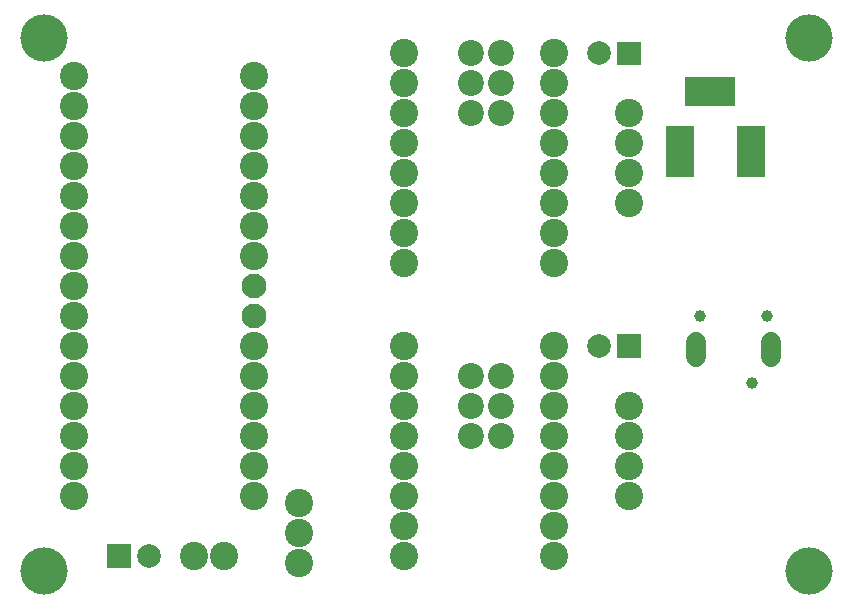
<source format=gbs>
%FSLAX34Y34*%
%MOMM*%
%LNSOLDERMASK_BOTTOM*%
G71*
G01*
%ADD10C, 2.40*%
%ADD11C, 2.00*%
%ADD12C, 2.10*%
%ADD13C, 4.00*%
%ADD14C, 2.20*%
%ADD15C, 1.00*%
%ADD16C, 1.70*%
%LPD*%
X457200Y463550D02*
G54D10*
D03*
X457200Y438150D02*
G54D10*
D03*
X457200Y412750D02*
G54D10*
D03*
X457200Y387350D02*
G54D10*
D03*
X457200Y361950D02*
G54D10*
D03*
X457200Y336550D02*
G54D10*
D03*
X457200Y311150D02*
G54D10*
D03*
X457200Y285750D02*
G54D10*
D03*
X330200Y463550D02*
G54D10*
D03*
X330200Y438150D02*
G54D10*
D03*
X330200Y412750D02*
G54D10*
D03*
X330200Y387350D02*
G54D10*
D03*
X330200Y361950D02*
G54D10*
D03*
X330200Y336550D02*
G54D10*
D03*
X330200Y311150D02*
G54D10*
D03*
X330200Y285750D02*
G54D10*
D03*
X457200Y215900D02*
G54D10*
D03*
X457200Y190500D02*
G54D10*
D03*
X457200Y165100D02*
G54D10*
D03*
X457200Y139700D02*
G54D10*
D03*
X457200Y114300D02*
G54D10*
D03*
X457200Y88900D02*
G54D10*
D03*
X457200Y63500D02*
G54D10*
D03*
X457200Y38100D02*
G54D10*
D03*
X330200Y215900D02*
G54D10*
D03*
X330200Y190500D02*
G54D10*
D03*
X330200Y165100D02*
G54D10*
D03*
X330200Y139700D02*
G54D10*
D03*
X330200Y114300D02*
G54D10*
D03*
X330200Y88900D02*
G54D10*
D03*
X330200Y63500D02*
G54D10*
D03*
X330200Y38100D02*
G54D10*
D03*
X520700Y412750D02*
G54D10*
D03*
X520700Y387350D02*
G54D10*
D03*
X520700Y361950D02*
G54D10*
D03*
X520700Y336550D02*
G54D10*
D03*
X520700Y165100D02*
G54D10*
D03*
X520700Y139700D02*
G54D10*
D03*
X520700Y114300D02*
G54D10*
D03*
X520700Y88900D02*
G54D10*
D03*
G36*
X78900Y48100D02*
X98900Y48100D01*
X98900Y28100D01*
X78900Y28100D01*
X78900Y48100D01*
G37*
X114300Y38100D02*
G54D11*
D03*
X152400Y38100D02*
G54D10*
D03*
X177800Y38100D02*
G54D10*
D03*
X241300Y82550D02*
G54D10*
D03*
X241300Y57150D02*
G54D10*
D03*
X241300Y31750D02*
G54D10*
D03*
X203200Y444500D02*
G54D10*
D03*
X203200Y419100D02*
G54D10*
D03*
X203200Y393700D02*
G54D10*
D03*
X203200Y368300D02*
G54D10*
D03*
X203200Y342900D02*
G54D10*
D03*
X203200Y317500D02*
G54D10*
D03*
X203200Y292100D02*
G54D10*
D03*
X203195Y266705D02*
G54D12*
D03*
X203195Y241305D02*
G54D12*
D03*
X203200Y215900D02*
G54D10*
D03*
X203200Y190500D02*
G54D10*
D03*
X203200Y165100D02*
G54D10*
D03*
X203200Y139700D02*
G54D10*
D03*
X203200Y114300D02*
G54D10*
D03*
X203200Y88900D02*
G54D10*
D03*
X50800Y444500D02*
G54D10*
D03*
X50800Y419100D02*
G54D10*
D03*
X50800Y393700D02*
G54D10*
D03*
X50800Y368300D02*
G54D10*
D03*
X50800Y342900D02*
G54D10*
D03*
X50800Y317500D02*
G54D10*
D03*
X50800Y292100D02*
G54D10*
D03*
X50800Y266700D02*
G54D10*
D03*
X50800Y241300D02*
G54D10*
D03*
X50800Y215900D02*
G54D10*
D03*
X50800Y190500D02*
G54D10*
D03*
X50800Y165100D02*
G54D10*
D03*
X50800Y139700D02*
G54D10*
D03*
X50800Y114300D02*
G54D10*
D03*
X50800Y88900D02*
G54D10*
D03*
X25400Y476250D02*
G54D13*
D03*
X25400Y25400D02*
G54D13*
D03*
X673100Y25400D02*
G54D13*
D03*
X673100Y476250D02*
G54D13*
D03*
G36*
X608548Y441804D02*
X608548Y421804D01*
X572548Y421804D01*
X572548Y441804D01*
X608548Y441804D01*
G37*
G36*
X633886Y362954D02*
X613886Y362954D01*
X613886Y398954D01*
X633886Y398954D01*
X633886Y362954D01*
G37*
G36*
X573561Y361416D02*
X553561Y361416D01*
X553561Y397416D01*
X573561Y397416D01*
X573561Y361416D01*
G37*
G36*
X530700Y205900D02*
X510700Y205900D01*
X510700Y225900D01*
X530700Y225900D01*
X530700Y205900D01*
G37*
X495300Y215900D02*
G54D11*
D03*
G36*
X530700Y453550D02*
X510700Y453550D01*
X510700Y473550D01*
X530700Y473550D01*
X530700Y453550D01*
G37*
X495300Y463550D02*
G54D11*
D03*
X412750Y139700D02*
G54D14*
D03*
X387350Y139700D02*
G54D14*
D03*
X412750Y165100D02*
G54D14*
D03*
X387350Y165100D02*
G54D14*
D03*
X412750Y190500D02*
G54D14*
D03*
X387350Y190500D02*
G54D14*
D03*
X387350Y463550D02*
G54D14*
D03*
X412750Y463550D02*
G54D14*
D03*
X387350Y438150D02*
G54D14*
D03*
X412750Y438150D02*
G54D14*
D03*
X387350Y412750D02*
G54D14*
D03*
X412750Y412750D02*
G54D14*
D03*
X624982Y184175D02*
G54D15*
D03*
X580532Y241325D02*
G54D15*
D03*
X637682Y241325D02*
G54D15*
D03*
G54D16*
X640782Y219225D02*
X640782Y206225D01*
G54D16*
X577282Y219225D02*
X577282Y206225D01*
G36*
X612205Y382840D02*
X636205Y382840D01*
X636205Y358840D01*
X612205Y358840D01*
X612205Y382840D01*
G37*
G36*
X612205Y401890D02*
X636205Y401890D01*
X636205Y377890D01*
X612205Y377890D01*
X612205Y401890D01*
G37*
G36*
X612205Y392365D02*
X636205Y392365D01*
X636205Y368365D01*
X612205Y368365D01*
X612205Y392365D01*
G37*
G36*
X551880Y382840D02*
X575880Y382840D01*
X575880Y358840D01*
X551880Y358840D01*
X551880Y382840D01*
G37*
G36*
X551880Y401890D02*
X575880Y401890D01*
X575880Y377890D01*
X551880Y377890D01*
X551880Y401890D01*
G37*
G36*
X551880Y392365D02*
X575880Y392365D01*
X575880Y368365D01*
X551880Y368365D01*
X551880Y392365D01*
G37*
G36*
X591755Y443165D02*
X591755Y419165D01*
X567755Y419165D01*
X567755Y443165D01*
X591755Y443165D01*
G37*
G36*
X610805Y443165D02*
X610805Y419165D01*
X586805Y419165D01*
X586805Y443165D01*
X610805Y443165D01*
G37*
G36*
X601280Y443165D02*
X601280Y419165D01*
X577280Y419165D01*
X577280Y443165D01*
X601280Y443165D01*
G37*
M02*

</source>
